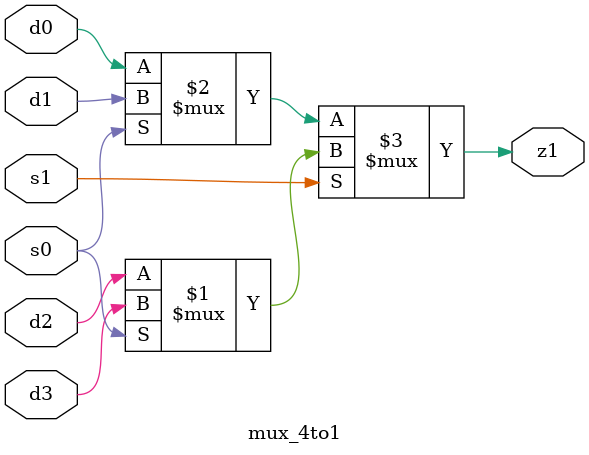
<source format=v>
`timescale 1ns / 1ps


module mux_4to1 (s0, s1, d0, d1, d2, d3, z1);
//define inputs and output
input s0, s1, d0, d1, d2, d3;
output z1;
//use the nested conditional operator
assign z1 = s1 ? (s0 ? d3 : d2) : (s0 ? d1 : d0);
endmodule
</source>
